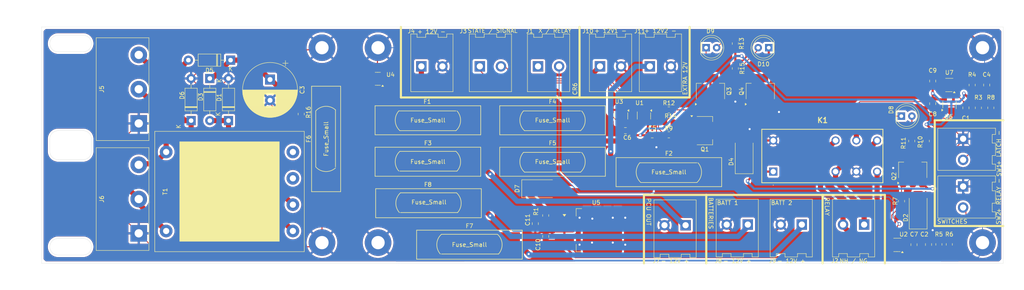
<source format=kicad_pcb>
(kicad_pcb (version 20241229) (generator "pcbnew") (generator_version "9.0")
  (title_block (title "Jet Flener (Revision of Design by Wesley T. Honeycutt)") (date "2025-08-06") (rev "1.0"))
  (layers (0 "F.Cu" signal) (2 "B.Cu" signal) (13 "F.Paste" user) (15 "B.Paste" user) (5 "F.SilkS" user "F.Silkscreen") (7 "B.SilkS" user "B.Silkscreen") (1 "F.Mask" user) (3 "B.Mask" user) (25 "Edge.Cuts" user))
  (net 0 "")
  (net 1 "Net-(C1-Pad2)")
  (net 2 "Net-(C1-Pad1)")
  (net 3 "Net-(D2-K)")
  (net 4 "GND")
  (net 5 "Net-(D3-K)")
  (net 6 "Net-(C4-Pad1)")
  (net 7 "Net-(D1-K)")
  (net 8 "Net-(D2-A)")
  (net 9 "Net-(D4-K)")
  (net 10 "Net-(D5-A)")
  (net 11 "+12V")
  (net 12 "Net-(D7-A)")
  (net 13 "Net-(D8-A)")
  (net 14 "Net-(D8-K)")
  (net 15 "Net-(D9-A)")
  (net 16 "Net-(D9-K)")
  (net 17 "Net-(D10-K)")
  (net 18 "Net-(D10-A)")
  (net 19 "Net-(F2-Pad1)")
  (net 20 "Net-(J7-Pin_1)")
  (net 21 "Net-(U5-IN)")
  (net 22 "Relay-toggle")
  (net 24 "Net-(J2-Pin_1)")
  (net 25 "Net-(J2-Pin_2)")
  (net 26 "LOGIC-Signal")
  (net 27 "Net-(J3-Pin_1)")
  (net 28 "Net-(J5-Pin_3)")
  (net 29 "Net-(J5-Pin_2)")
  (net 30 "Net-(Q1-B)")
  (net 31 "Net-(Q2-C)")
  (net 32 "Net-(Q2-B)")
  (net 33 "Net-(Q3-B)")
  (net 34 "Net-(Q4-B)")
  (net 35 "+5V")
  (net 36 "Net-(R7-Pad2)")
  (net 37 "LOGIC-Button")
  (net 38 "LOGIC-VAC")
  (net 39 "Net-(U1-Pad4)")
  (net 40 "Net-(U6-Pad4)")
  (net 43 "Net-(J4-Pin_1)")
  (net 44 "Net-(J10-Pin_1)")
  (net 45 "Net-(J11-Pin_1)")
  (net 46 "Net-(F6-Pad1)")
  (net 47 "Net-(U4-VI)")
  (net 48 "Net-(J9-Pin_1)")
  (net 49 "Net-(J8-Pin_1)")
  (footprint "EM27Footprints:Molex_Barrier_Term_Block-8.26mm-3pos" (layer "F.Cu") (at 52.4 51.76 90)
    (property "Reference" "J5")
    (property "Value" "Screw_Terminal_01x03")
  )
  (footprint "EM27Footprints:FUSE_5x20" (layer "F.Cu") (at 132 81)
    (property "Reference" "F7")
    (property "Value" "Fuse_Small")
  )
  (footprint "EM27Footprints:FUSE_5x20" (layer "F.Cu") (at 180 63.5 180)
    (property "Reference" "F2")
    (property "Value" "Fuse_Small")
  )
  (footprint "Diode_THT:D_DO-41_SOD81_P10.16mm_Horizontal" (layer "F.Cu") (at 69.5 40.92 -90)
    (property "Reference" "D3")
    (property "Value" "D")
  )
  (footprint "Capacitor_SMD:C_0805_2012Metric_Pad1.18x1.45mm_HandSolder" (layer "F.Cu") (at 147.85 75.9225 -90)
    (property "Reference" "C11")
    (property "Value" "0.1uF")
  )
  (footprint "EM27Footprints:KobiConn_5.08mm-2pos-35deg_screwterminal" (layer "F.Cu") (at 148.5 38)
    (property "Reference" "J1")
    (property "Value" "Screw_Terminal_01x02")
  )
  (footprint "MountingHole:MountingHole_3.2mm_M3_Pad" (layer "F.Cu") (at 255.5 33.5)
    (property "Reference" "H4" (hide yes))
    (property "Value" "MountingHole_Pad")
  )
  (footprint "Capacitor_SMD:C_0805_2012Metric_Pad1.18x1.45mm_HandSolder" (layer "F.Cu") (at 256.5 42.5 90)
    (property "Reference" "C4")
    (property "Value" "10uF")
  )
  (footprint "Package_TO_SOT_SMD:SOT-23" (layer "F.Cu") (at 109.9375 41 180)
    (property "Reference" "U4")
    (property "Value" "MCP1700x-500xxTT")
  )
  (footprint "Capacitor_SMD:C_0805_2012Metric_Pad1.18x1.45mm_HandSolder" (layer "F.Cu") (at 239 81 90)
    (property "Reference" "C7")
    (property "Value" "0.1uF")
  )
  (footprint "Resistor_SMD:R_0805_2012Metric_Pad1.20x1.40mm_HandSolder" (layer "F.Cu") (at 241.96 56 -90)
    (property "Reference" "R10")
    (property "Value" "15")
  )
  (footprint "EM27Footprints:KobiConn_5.08mm-2pos-35deg_screwterminal" (layer "F.Cu") (at 175.42 38)
    (property "Reference" "J11")
    (property "Value" "Screw_Terminal_01x02")
  )
  (footprint "Package_TO_SOT_SMD:SOT-23-5_HandSoldering" (layer "F.Cu") (at 168.5 49.85 -90)
    (property "Reference" "U3")
    (property "Value" "74AHCT1G08")
  )
  (footprint "EM27Footprints:Molex_Barrier_Term_Block-8.26mm-3pos" (layer "F.Cu") (at 52.4 78.26 90)
    (property "Reference" "J6")
    (property "Value" "Screw_Terminal_01x03")
  )
  (footprint "EM27Footprints:KobiConn_5.08mm-2pos-35deg_screwterminal" (layer "F.Cu") (at 163.42 38)
    (property "Reference" "J10")
    (property "Value" "Screw_Terminal_01x02")
  )
  (footprint "EM27Footprints:KobiConn_5.08mm-2pos-35deg_screwterminal" (layer "F.Cu") (at 120.42 38)
    (property "Reference" "J4")
    (property "Value" "Screw_Terminal_01x02")
  )
  (footprint "Package_TO_SOT_SMD:SOT-223-3_TabPin2" (layer "F.Cu") (at 202 44 90)
    (property "Reference" "Q4")
    (property "Value" "PZTA42")
  )
  (footprint "Resistor_SMD:R_0805_2012Metric_Pad1.20x1.40mm_HandSolder" (layer "F.Cu") (at 247.5 80.925 90)
    (property "Reference" "R6")
    (property "Value" "100k")
  )
  (footprint "EM27Footprints:KobiConn_5.08mm-2pos-35deg_screwterminal" (layer "F.Cu") (at 212 76.15 180)
    (property "Reference" "J9")
    (property "Value" "Screw_Terminal_01x02")
  )
  (footprint "MountingHole:MountingHole_3.2mm_M3_Pad" (layer "F.Cu") (at 96.5 80.5)
    (property "Reference" "H1" (hide yes))
    (property "Value" "MountingHole_Pad")
  )
  (footprint "Capacitor_SMD:C_0805_2012Metric_Pad1.18x1.45mm_HandSolder" (layer "F.Cu") (at 243.5 47 -90)
    (property "Reference" "C8")
    (property "Value" "0.1uF")
  )
  (footprint "Package_TO_SOT_SMD:SOT-223-3_TabPin2" (layer "F.Cu") (at 238.7 63 90)
    (property "Reference" "Q2")
    (property "Value" "PZTA42")
  )
  (footprint "Diode_SMD:D_SMB_Handsoldering" (layer "F.Cu") (at 149.3 67.5)
    (property "Reference" "D7")
    (property "Value" "D_Schottky")
  )
  (footprint "MountingHole:MountingHole_3.2mm_M3_Pad" (layer "F.Cu") (at 110 80.5)
    (property "Reference" "H2" (hide yes))
    (property "Value" "MountingHole_Pad")
  )
  (footprint "Package_TO_SOT_SMD:SOT-23-5_HandSoldering" (layer "F.Cu") (at 247.55 47.35 90)
    (property "Reference" "U6")
    (property "Value" "74AHCT1G00")
  )
  (footprint "Resistor_SMD:R_0805_2012Metric_Pad1.20x1.40mm_HandSolder" (layer "F.Cu") (at 253 42.5 90)
    (property "Reference" "R4")
    (property "Value" "10k")
  )
  (footprint "EM27Footprints:FUSE_5x20" (layer "F.Cu") (at 152 61 180)
    (property "Reference" "F5")
    (property "Value" "Fuse_Small")
  )
  (footprint "EM27Footprints:FUSE_5x20" (layer "F.Cu") (at 122 61)
    (property "Reference" "F3")
    (property "Value" "Fuse_Small")
  )
  (footprint "LED_THT:LED_D5.0mm" (layer "F.Cu") (at 235.96 50)
    (property "Reference" "D8")
    (property "Value" "LED")
  )
  (footprint "Package_TO_SOT_SMD:SOT-223-3_TabPin2" (layer "F.Cu") (at 188.625 53.5)
    (property "Reference" "Q1")
    (property "Value" "PZTA42")
  )
  (footprint "EM27Footprints:FUSE_5x20" (layer "F.Cu") (at 122.144 71)
    (property "Reference" "F8")
    (property "Value" "Fuse_Small")
  )
  (footprint "EM27Footprints:KobiConn_5.08mm-2pos-35deg_screwterminal" (layer "F.Cu") (at 227 76.15 180)
    (property "Reference" "J2")
    (property "Value" "Screw_Terminal_01x02")
  )
  (footprint "Resistor_SMD:R_0805_2012Metric_Pad1.20x1.40mm_HandSolder" (layer "F.Cu") (at 150.35 73.96 -90)
    (property "Reference" "R1")
    (property "Value" "0")
  )
  (footprint "LED_THT:LED_D5.0mm" (layer "F.Cu") (at 188.96 33.5)
    (property "Reference" "D9")
    (property "Value" "LED")
  )
  (footprint "EM27Footprints:KobiConn_5.08mm-2pos-35deg_screwterminal" (layer "F.Cu") (at 250.825 66.96 -90)
    (property "Reference" "SW2")
    (property "Value" "SW_Push")
  )
  (footprint "LED_THT:LED_D5.0mm" (layer "F.Cu") (at 204.04 33.5 180)
    (property "Reference" "D10")
    (property "Value" "LED")
  )
  (footprint "EM27Footprints:FUSE_5x20" (layer "F.Cu") (at 97.5 55.5 90)
    (property "Reference" "F6")
    (property "Value" "Fuse_Small")
  )
  (footprint "Capacitor_SMD:C_0805_2012Metric_Pad1.18x1.45mm_HandSolder" (layer "F.Cu") (at 242.5 80.9625 90)
    (property "Reference" "C2")
    (property "Value" "1uF")
  )
  (footprint "Package_TO_SOT_SMD:SOT-23-5_HandSoldering" (layer "F.Cu") (at 235 81.05 180)
    (property "Reference" "U2")
    (property "Value" "74AHCT1G86")
  )
  (footprint "Diode_THT:D_DO-41_SOD81_P10.16mm_Horizontal" (layer "F.Cu") (at 74 51.08 90)
    (property "Reference" "D1")
    (property "Value" "D")
  )
  (footprint "Package_TO_SOT_SMD:TO-263-3_TabPin2" (layer "F.Cu") (at 162.5 77.5)
    (property "Reference" "U5")
    (property "Value" "L7805")
  )
  (footprint "MountingHole:MountingHole_3.2mm_M3_Pad" (layer "F.Cu") (at 255.5 80.5)
    (property "Reference" "H6" (hide yes))
    (property "Value" "MountingHole_Pad")
  )
  (footprint "EM27Footprints:F12-090-C2" (layer "F.Cu") (at 74.2473 68.175 -90)
    (property "Reference" "T1")
    (property "Value" "Transformer_1P_2S")
  )
  (footprint "Resistor_SMD:R_0805_2012Metric_Pad1.20x1.40mm_HandSolder" (layer "F.Cu") (at 254.5 48 -90)
    (property "Reference" "R3")
    (property "Value" "100k")
  )
  (footprint "Capacitor_SMD:C_0805_2012Metric_Pad1.18x1.45mm_HandSolder" (layer "F.Cu") (at 243.5 41.5375 90)
    (property "Reference" "C9")
    (property "Value" "0.1uF")
  )
  (footprint "EM27Footprints:KobiConn_5.08mm-2pos-35deg_screwterminal" (layer "F.Cu") (at 250.825 55.46 -90)
    (property "Reference" "SW1")
    (property "Value" "SW_Push")
  )
  (footprint "Capacitor_SMD:C_0805_2012Metric_Pad1.18x1.45mm_HandSolder" (layer "F.Cu") (at 176 54.5)
    (property "Reference" "C5")
    (property "Value" "0.1uF")
  )
  (footprint "EM27Footprints:FUSE_5x20" (layer "F.Cu") (at 122 51 180)
    (property "Reference" "F1")
    (property "Value" "Fuse_Small")
  )
  (footprint "Diode_THT:D_DO-41_SOD81_P10.16mm_Horizontal" (layer "F.Cu") (at 65 51.08 90)
    (property "Reference" "D6")
    (property "Value" "D")
  )
  (footprint "Resistor_SMD:R_0805_2012Metric_Pad1.20x1.40mm_HandSolder" (layer "F.Cu") (at 180 54.5)
    (property "Reference" "R9")
    (property "Value" "330")
  )
  (footprint "EM27Footprints:KobiConn_5.08mm-2pos-35deg_screwterminal" (layer "F.Cu") (at 134.5 38)
    (property "Reference" "J3")
    (property "Value" "Screw_Terminal_01x02")
  )
  (footprint "Resistor_SMD:R_0805_2012Metric_Pad1.20x1.40mm_HandSolder" (layer "F.Cu") (at 196 38.5 -90)
    (property "Reference" "R15")
    (property "Value" "100")
  )
  (footprint "Capacitor_SMD:C_0805_2012Metric_Pad1.18x1.45mm_HandSolder" (layer "F.Cu") (at 251.5 48 -90)
    (property "Reference" "C1")
    (property "Value" "1uF")
  )
  (footprint "Resistor_SMD:R_0805_2012Metric_Pad1.20x1.40mm_HandSolder" (layer "F.Cu") (at 238.46 56 90)
    (property "Reference" "R11")
    (property "Value" "100")
  )
  (footprint "Resistor_SMD:R_0805_2012Metric_Pad1.20x1.40mm_HandSolder" (layer "F.Cu") (at 196 32.5 90)
    (property "Reference" "R13")
    (property "Value" "100")
  )
  (footprint "Resistor_SMD:R_0805_2012Metric_Pad1.20x1.40mm_HandSolder" (layer "F.Cu") (at 180 51.5)
    (property "Reference" "R14")
    (property "Value" "330")
  )
  (footprint "MountingHole:MountingHole_3.2mm_M3_Pad" (layer "F.Cu") (at 96.5 33.5)
    (property "Reference" "H3" (hide yes))
    (property "Value" "MountingHole_Pad")
  )
  (footprint "Diode_SMD:D_SMB_Handsoldering" (layer "F.Cu") (at 198.125 59.175 90)
    (property "Reference" "D4")
    (property "Value" "D")
  )
  (footprint "MountingHole:MountingHole_3.2mm_M3_Pad" (layer "F.Cu") (at 110 33.5)
    (property "Reference" "H5" (hide yes))
    (property "Value" "MountingHole_Pad")
  )
  (footprint "Diode_SMD:D_SMB_Handsoldering" (layer "F.Cu") (at 240 72.5 90)
    (property "Reference" "D2")
    (property "Value" "D")
  )
  (footprint "Package_TO_SOT_SMD:SOT-23-5_HandSoldering" (layer "F.Cu") (at 174 49.85 -90)
    (property "Reference" "U1")
    (property "Value" "74AHCT1G86")
  )
  (footprint "Capacitor_SMD:C_0805_2012Metric_Pad1.18x1.45mm_HandSolder" (layer "F.Cu") (at 150.35 78.9975 90)
    (property "Reference" "C10")
    (property "Value" "0.1uF")
  )
  (footprint "Diode_THT:D_DO-41_SOD81_P10.16mm_Horizontal" (layer "F.Cu") (at 74.5 36.5 180)
    (property "Reference" "D5")
    (property "Value" "D")
  )
  (footprint "Resistor_SMD:R_0805_2012Metric_Pad1.20x1.40mm_HandSolder" (layer "F.Cu") (at 236 70.5 -90)
    (property "Reference" "R7")
    (property "Value" "100")
  )
  (footprint "EM27Footprints:KobiConn_5.08mm-2pos-35deg_screwterminal" (layer "F.Cu") (at 184.028027 76.303805 180)
    (property "Reference" "J7")
    (property "Value" "Screw_Terminal_01x02")
  )
  (footprint "Package_TO_SOT_SMD:SOT-23-5_HandSoldering" (layer "F.Cu") (at 247.5 42.5 180)
    (property "Reference" "U7")
    (property "Value" "74AHCT1G00")
  )
  (footprint "Resistor_SMD:R_0805_2012Metric_Pad1.20x1.40mm_HandSolder" (layer "F.Cu") (at 91.5 49.5 -90)
    (property "Reference" "R16")
    (property "Value" "0")
  )
  (footprint "Resistor_SMD:R_0805_2012Metric_Pad1.20x1.40mm_HandSolder" (layer "F.Cu") (at 257.5 48 -90)
    (property "Reference" "R8")
    (property "Value" "390k")
  )
  (footprint "Resistor_SMD:R_0805_2012Metric_Pad1.20x1.40mm_HandSolder" (layer "F.Cu") (at 245 80.925 -90)
    (property "Reference" "R5")
    (property "Value" "0")
  )
  (footprint "Resistor_SMD:R_0805_2012Metric_Pad1.20x1.40mm_HandSolder" (layer "F.Cu") (at 180 48.5)
    (property "Reference" "R12")
    (property "Value" "330")
  )
  (footprint "EM27Footprints:J114FL2CS85VDC41" (layer "F.Cu") (at 205.125 63.375)
    (property "Reference" "K1")
    (property "Value" "Relay_DPDT" (hide yes))
  )
  (footprint "EM27Footprints:FUSE_5x20" (layer "F.Cu") (at 152 51 180)
    (property "Reference" "F4")
    (property "Value" "Fuse_Small")
  )
  (footprint "Package_TO_SOT_SMD:SOT-223-3_TabPin2" (layer "F.Cu") (at 190 44 90)
    (property "Reference" "Q3")
    (property "Value" "PZTA42")
  )
  (footprint "Capacitor_SMD:C_0805_2012Metric_Pad1.18x1.45mm_HandSolder" (layer "F.Cu") (at 169.5375 53.5 180)
    (property "Reference" "C6")
    (property "Value" "0.1uF")
  )
  (footprint "Capacitor_THT:CP_Radial_D13.0mm_P5.00mm" (layer "F.Cu") (at 84 41.184785 -90)
    (property "Reference" "C3")
    (property "Value" "1kuF")
  )
  (footprint "EM27Footprints:KobiConn_5.08mm-2pos-35deg_screwterminal" (layer "F.Cu") (at 199 76.15 180)
    (property "Reference" "J8")
    (property "Value" "Screw_Terminal_01x02")
  )
  (gr_line (start 236.5 32.5) (end 240 32.5) (stroke (width 0.508)) (layer "F.Cu"))
  (gr_line (start 232.5 32.5) (end 233.5 33.5) (stroke (width 0.508)) (layer "F.Cu"))
  (gr_line (start 237.5 38.5) (end 237.5 42.5) (stroke (width 0.508)) (layer "F.Cu"))
  (gr_line (start 236.5 37.5) (end 239.5 37.5) (stroke (width 0.508)) (layer "F.Cu"))
  (gr_line (start 229.5 33.5) (end 230.5 32.5) (stroke (width 0.508)) (layer "F.Cu"))
  (gr_line (start 235.5 33.5) (end 236.5 32.5) (stroke (width 0.508)) (layer "F.Cu"))
  (gr_line (start 215 32.5) (end 215 42.5) (stroke (width 0.508)) (layer "F.Cu"))
  (gr_line (start 227 32.5) (end 227 42.5) (stroke (width 0.508)) (layer "F.Cu"))
  (gr_line (start 224.5 35) (end 227 32.5) (stroke (width 0.508)) (layer "F.Cu"))
  (gr_line (start 240 32.5) (end 237.5 38.5) (stroke (width 0.508)) (layer "F.Cu"))
  (gr_line (start 229.5 40.5) (end 229.5 42.5) (stroke (width 0.508)) (layer "F.Cu"))
  (gr_line (start 215 42.5) (end 219 42.5) (stroke (width 0.508)) (layer "F.Cu"))
  (gr_line (start 222 32.5) (end 224.5 35) (stroke (width 0.508)) (layer "F.Cu"))
  (gr_line (start 215 32.5) (end 219 32.5) (stroke (width 0.508)) (layer "F.Cu"))
  (gr_line (start 215 37.5) (end 217.5 37.5) (stroke (width 0.508)) (layer "F.Cu"))
  (gr_line (start 233.5 33.5) (end 229.5 40.5) (stroke (width 0.508)) (layer "F.Cu"))
  (gr_line (start 230.5 32.5) (end 232.5 32.5) (stroke (width 0.508)) (layer "F.Cu"))
  (gr_line (start 229.5 42.5) (end 233.5 42.5) (stroke (width 0.508)) (layer "F.Cu"))
  (gr_line (start 222 32.5) (end 222 42.5) (stroke (width 0.508)) (layer "F.Cu"))
  (gr_line (start 185 45.5) (end 185 28.5) (stroke (width 0.508)) (layer "F.SilkS"))
  (gr_line (start 217 69) (end 232 69) (stroke (width 0.508)) (layer "F.SilkS"))
  (gr_line (start 244 76.5) (end 244 51) (stroke (width 0.508)) (layer "F.SilkS"))
  (gr_line (start 189 69) (end 189 85.5) (stroke (width 0.508)) (layer "F.SilkS"))
  (gr_line (start 217 69) (end 189 69) (stroke (width 0.508)) (layer "F.SilkS"))
  (gr_line (start 244 76.5) (end 260.5 76.5) (stroke (width 0.508)) (layer "F.SilkS"))
  (gr_line (start 158.5 45.5) (end 185 45.5) (stroke (width 0.508)) (layer "F.SilkS"))
  (gr_line (start 174 69) (end 174 85.5) (stroke (width 0.508)) (layer "F.SilkS"))
  (gr_line (start 115.5 28.5) (end 115.5 45.5) (stroke (width 0.508)) (layer "F.SilkS"))
  (gr_line (start 244 51) (end 260.5 51) (stroke (width 0.508)) (layer "F.SilkS"))
  (gr_line (start 115.5 45.5) (end 158.5 45.5) (stroke (width 0.508)) (layer "F.SilkS"))
  (gr_line (start 232 69) (end 232 85.5) (stroke (width 0.508)) (layer "F.SilkS"))
  (gr_line (start 189 69) (end 174 69) (stroke (width 0.508)) (layer "F.SilkS"))
  (gr_line (start 217 85.5) (end 217 69) (stroke (width 0.508)) (layer "F.SilkS"))
  (gr_line (start 158.5 45.5) (end 158.5 28.5) (stroke (width 0.508)) (layer "F.SilkS"))
  (gr_arc (start 33 34.5) (mid 31 32.5) (end 33 30.5) (stroke (width 0.05)) (layer "Edge.Cuts"))
  (gr_line (start 41 58.5) (end 41 55.5) (stroke (width 0.05)) (layer "Edge.Cuts"))
  (gr_arc (start 33 60.5) (mid 31.585786 59.914214) (end 31 58.5) (stroke (width 0.05)) (layer "Edge.Cuts"))
  (gr_line (start 39 83.5) (end 33 83.5) (stroke (width 0.05)) (layer "Edge.Cuts"))
  (gr_line (start 29 28.5) (end 29 85.5) (stroke (width 0.05)) (layer "Edge.Cuts"))
  (gr_line (start 33 53.5) (end 39 53.5) (stroke (width 0.05)) (layer "Edge.Cuts"))
  (gr_line (start 260.5 28.5) (end 29 28.5) (stroke (width 0.05)) (layer "Edge.Cuts"))
  (gr_line (start 39 60.5) (end 33 60.5) (stroke (width 0.05)) (layer "Edge.Cuts"))
  (gr_line (start 115 85.5) (end 260.5 85.5) (stroke (width 0.05)) (layer "Edge.Cuts"))
  (gr_line (start 39 34.5) (end 33 34.5) (stroke (width 0.05)) (layer "Edge.Cuts"))
  (gr_line (start 33 79.5) (end 39 79.5) (stroke (width 0.05)) (layer "Edge.Cuts"))
  (gr_arc (start 39 30.5) (mid 41 32.5) (end 39 34.5) (stroke (width 0.05)) (layer "Edge.Cuts"))
  (gr_line (start 31 55.5) (end 31 58.5) (stroke (width 0.05)) (layer "Edge.Cuts"))
  (gr_arc (start 33 83.5) (mid 31 81.5) (end 33 79.5) (stroke (width 0.05)) (layer "Edge.Cuts"))
  (gr_arc (start 41 58.5) (mid 40.414214 59.914214) (end 39 60.5) (stroke (width 0.05)) (layer "Edge.Cuts"))
  (gr_arc (start 39 79.5) (mid 41 81.5) (end 39 83.5) (stroke (width 0.05)) (layer "Edge.Cuts"))
  (gr_line (start 33 30.5) (end 39 30.5) (stroke (width 0.05)) (layer "Edge.Cuts"))
  (gr_arc (start 39 53.5) (mid 40.414214 54.085786) (end 41 55.5) (stroke (width 0.05)) (layer "Edge.Cuts"))
  (gr_arc (start 31 55.5) (mid 31.585786 54.085786) (end 33 53.5) (stroke (width 0.05)) (layer "Edge.Cuts"))
  (gr_line (start 29 85.5) (end 115 85.5) (stroke (width 0.05)) (layer "Edge.Cuts"))
  (gr_line (start 260.5 85.5) (end 260.5 28.5) (stroke (width 0.05)) (layer "Edge.Cuts"))
  (gr_text "NH / NG" (at 221 85.5 0) (layer "F.SilkS") (effects (font (size 1 1)) (justify left bottom)))
  (gr_text "X / RELAY" (at 148.5 30 0) (layer "F.SilkS") (effects (font (size 1 1)) (justify left bottom)))
  (gr_text "BATT 1" (at 191.5 71.5 0) (layer "F.SilkS") (effects (font (size 1 1)) (justify left bottom)))
  (gr_text "PCU OUT" (at 174.528027 69.653805 270) (layer "F.SilkS") (effects (font (size 1 1)) (justify left bottom)))
  (gr_text "EXTRA 12V" (at 184.5 45 90) (layer "F.SilkS") (effects (font (size 1 1)) (justify left bottom)))
  (gr_text "- 12V +" (at 193 85.5 0) (layer "F.SilkS") (effects (font (size 1 1)) (justify left bottom)))
  (gr_text "SWITCHES" (at 244.5 76 0) (layer "F.SilkS") (effects (font (size 1 1)) (justify left bottom)))
  (gr_text "+ 12V2 -" (at 174 30 0) (layer "F.SilkS") (effects (font (size 1 1)) (justify left bottom)))
  (gr_text "BATTERIES" (at 189.5 69.5 270) (layer "F.SilkS") (effects (font (size 1 1)) (justify left bottom)))
  (gr_text "+ 12V -" (at 119.38 30.2 0) (layer "F.SilkS") (effects (font (size 1 1)) (justify left bottom)))
  (gr_text "RELAY" (at 217.5 69.5 270) (layer "F.SilkS") (effects (font (size 1 1)) (justify left bottom)))
  (gr_text "+ 12V1 -" (at 162 30 0) (layer "F.SilkS") (effects (font (size 1 1)) (justify left bottom)))
  (gr_text "- 12V +" (at 206 85.5 0) (layer "F.SilkS") (effects (font (size 1 1)) (justify left bottom)))
  (gr_text "+ LATCH -" (at 260 62 90) (layer "F.SilkS") (effects (font (size 1 1)) (justify left bottom)))
  (gr_text "+ RELAY -" (at 260 73.5 90) (layer "F.SilkS") (effects (font (size 1 1)) (justify left bottom)))
  (gr_text "STATE / SIGNAL" (at 131.5 30 0) (layer "F.SilkS") (effects (font (size 1 1)) (justify left bottom)))
  (gr_text "BATT 2" (at 204.5 71.5 0) (layer "F.SilkS") (effects (font (size 1 1)) (justify left bottom)))
  (gr_text "- 12V +" (at 178 85.5 0) (layer "F.SilkS") (effects (font (size 1 1)) (justify left bottom)))
  (gr_text "CR6" (at 158 45 90) (layer "F.SilkS") (effects (font (size 1 1)) (justify left bottom)))
  (segment (start 254.5 49) (end 254.5 56.865) (width 0.2) (layer "F.Cu") (net 1))
  (segment (start 254.5 49) (end 257.5 49) (width 0.2) (layer "F.Cu") (net 1))
  (segment (start 254.5 56.865) (end 250.825 60.54) (width 0.2) (layer "F.Cu") (net 1))
  (segment (start 254.5 49) (end 251.5375 49) (width 0.2) (layer "F.Cu") (net 1))
  (segment (start 251.5375 49) (end 251.5 49.0375) (width 0.2) (layer "F.Cu") (net 1))
  (segment (start 248.85 43.45) (end 248.85 44.4) (width 0.2) (layer "F.Cu") (net 2))
  (segment (start 248.85 44.4) (end 251.4125 46.9625) (width 0.2) (layer "F.Cu") (net 2))
  (segment (start 248.85 43.45) (end 250.05 43.45) (width 0.2) (layer "F.Cu") (net 2))
  (segment (start 251.4125 46.9625) (end 251.5 46.9625) (width 0.2) (layer "F.Cu") (net 2))
  (segment (start 250.05 43.45) (end 252 41.5) (width 0.2) (layer "F.Cu") (net 2))
  (segment (start 252 41.5) (end 253 41.5) (width 0.2) (layer "F.Cu") (net 2))
  (segment (start 243.759202 81.740798) (end 243.5 82) (width 0.2) (layer "F.Cu") (net 3))
  (segment (start 243.759202 78.565881) (end 243.759202 81.740798) (width 0.2) (layer "F.Cu") (net 3))
  (segment (start 241.299 80.799) (end 239.76216 80.799) (width 0.2) (layer "F.Cu") (net 3))
  (segment (start 242.191364 75.2) (end 244.31484 77.323476) (width 0.2) (layer "F.Cu") (net 3))
  (segment (start 244.31484 78.010243) (end 243.759202 78.565881) (width 0.2) (layer "F.Cu") (net 3))
  (segment (start 244.925 82) (end 245 81.925) (width 0.2) (layer "F.Cu") (net 3))
  (segment (start 242.5 82) (end 241.299 80.799) (width 0.2) (layer "F.Cu") (net 3))
  (segment (start 244.31484 77.323476) (end 244.31484 78.010243) (width 0.2) (layer "F.Cu") (net 3))
  (segment (start 239.76216 80.799) (end 239.51116 81.05) (width 0.2) (layer "F.Cu") (net 3))
  (segment (start 242.5 82) (end 243.5 82) (width 0.2) (layer "F.Cu") (net 3))
  (segment (start 240 75.2) (end 242.191364 75.2) (width 0.2) (layer "F.Cu") (net 3))
  (segment (start 243.5 82) (end 244.925 82) (width 0.2) (layer "F.Cu") (net 3))
  (segment (start 239.51116 81.05) (end 236.35 81.05) (width 0.2) (layer "F.Cu") (net 3))
  (segment (start 197.5 80.23) (end 197.5 80.275) (width 0.25) (layer "F.Cu") (net 4))
  (segment (start 249.801 40.599) (end 248.85 41.55) (width 0.2) (layer "F.Cu") (net 4))
  (segment (start 258.5875 55.5875) (end 259 55.175) (width 0.2) (layer "F.Cu") (net 4))
  (segment (start 247.5 51.4329) (end 247.5 52.135) (width 0.2) (layer "F.Cu") (net 4))
  (segment (start 152.39 77.5) (end 154.85 77.5) (width 0.508) (layer "F.Cu") (net 4))
  (segment (start 181.5 80.275) (end 183 80.275) (width 0.2) (layer "F.Cu") (net 4))
  (segment (start 200.94 55.875) (end 200.94 54.625) (width 0.508) (layer "F.Cu") (net 4))
  (segment (start 71.92 34) (end 92 34) (width 0.2) (layer "F.Cu") (net 4))
  (segment (start 192.3 47.15) (end 195.35 47.15) (width 0.2) (layer "F.Cu") (net 4))
  (segment (start 152.81 77.5) (end 154.85 77.5) (width 0.508) (layer "F.Cu") (net 4))
  (segment (start 256.5 41.4625) (end 255.6365 40.599) (width 0.2) (layer "F.Cu") (net 4))
  (segment (start 109.972766 40.527234) (end 109.8365 40.390968) (width 0.2) (layer "F.Cu") (net 4))
  (segment (start 205 47.5) (end 206.5 49) (width 0.2) (layer "F.Cu") (net 4))
  (segment (start 225.125 63.375) (end 227.25 61.25) (width 0.25) (layer "F.Cu") (net 4))
  (segment (start 259 55.175) (end 259 43.9625) (width 0.2) (layer "F.Cu") (net 4))
  (segment (start 256.46 33.5) (end 254.46 31.5) (width 0.2) (layer "F.Cu") (net 4))
  (segment (start 203.295 80.275) (end 206.92 76.65) (width 0.2) (layer "F.Cu") (net 4))
  (segment (start 177 57.5) (end 177 77.775) (width 0.2) (layer "F.Cu") (net 4))
  (segment (start 185.5 80.275) (end 185.551 80.224) (width 0.2) (layer "F.Cu") (net 4))
  (segment (start 253 30.5) (end 256 33.5) (width 0.2) (layer "F.Cu") (net 4))
  (segment (start 212.5 30.5) (end 253 30.5) (width 0.2) (layer "F.Cu") (net 4))
  (segment (start 176.7 55.8) (end 178 55.8) (width 0.2) (layer "F.Cu") (net 4))
  (segment (start 247.7625 40.4625) (end 244 40.4625) (width 0.2) (layer "F.Cu") (net 4))
  (segment (start 242.5 78.5) (end 243.5 77.5) (width 0.2) (layer "F.Cu") (net 4))
  (segment (start 259 43.9625) (end 256.5 41.4625) (width 0.2) (layer "F.Cu") (net 4))
  (segment (start 177.0375 55.5375) (end 177.0375 54.5) (width 0.2) (layer "F.Cu") (net 4))
  (segment (start 94.5 74) (end 96.5 76) (width 0.2) (layer "F.Cu") (net 4))
  (segment (start 52.4 51.76) (end 46 58.16) (width 0.2) (layer "F.Cu") (net 4))
  (segment (start 177 34.5) (end 180.5 38) (width 0.2) (layer "F.Cu") (net 4))
  (segment (start 65 40.92) (end 69.5 45.42) (width 0.2) (layer "F.Cu") (net 4))
  (segment (start 177.3 55.8) (end 178 55.8) (width 0.2) (layer "F.Cu") (net 4))
  (segment (start 247.0671 51) (end 247.5 51.4329) (width 0.2) (layer "F.Cu") (net 4))
  (segment (start 147.85 76.96) (end 148.35 76.46) (width 0.508) (layer "F.Cu") (net 4))
  (segment (start 109.972766 40.527234) (end 110.875 41.429468) (width 0.2) (layer "F.Cu") (net 4))
  (segment (start 166.425 80.275) (end 174.5 80.275) (width 0.2) (layer "F.Cu") (net 4))
  (segment (start 242.325 80.1) (end 242.5 79.925) (width 0.2) (layer "F.Cu") (net 4))
  (segment (start 205 45.5) (end 205 46.45) (width 0.2) (layer "F.Cu") (net 4))
  (segment (start 248.5 49.5671) (end 248.5 48.7) (width 0.2) (layer "F.Cu") (net 4))
  (segment (start 197.5 80.275) (end 199.375 80.275) (width 0.2) (layer "F.Cu") (net 4))
  (segment (start 69.5 45.42) (end 74 40.92) (width 0.2) (layer "F.Cu") (net 4))
  (segment (start 182.545 80.275) (end 183 80.275) (width 0.25) (layer "F.Cu") (net 4))
  (segment (start 109.8365 40.390968) (end 109.8365 38) (width 0.2) (layer "F.Cu") (net 4))
  (segment (start 95.5 34) (end 96.5 33) (width 0.2) (layer "F.Cu") (net 4))
  (segment (start 205 45.5) (end 205 39) (width 0.2) (layer "F.Cu") (net 4))
  (segment (start 96.5 76) (end 96.5 76.5) (width 0.2) (layer "F.Cu") (net 4))
  (segment (start 208.5 30.5) (end 212.5 30.5) (width 0.2) (layer "F.Cu") (net 4))
  (segment (start 247.5 52.135) (end 250.825 55.46) (width 0.2) (layer "F.Cu") (net 4))
  (segment (start 167.55 48.98999) (end 167.55 48.5) (width 0.2) (layer "F.Cu") (net 4))
  (segment (start 110.875 41.429468) (end 110.875 41.95) (width 0.2) (layer "F.Cu") (net 4))
  (segment (start 172 34.5) (end 168.5 38) (width 0.2) (layer "F.Cu") (net 4))
  (segment (start 150.35 77.96) (end 152.35 77.96) (width 0.508) (layer "F.Cu") (net 4))
  (segment (start 206.5 37.5) (end 206.5 32.5) (width 0.2) (layer "F.Cu") (net 4))
  (segment (start 152.35 77.96) (end 152.81 77.5) (width 0.508) (layer "F.Cu") (net 4))
  (segment (start 244 48.4625) (end 244 50) (width 0.2) (layer "F.Cu") (net 4))
  (segment (start 200.94 54.625) (end 199.44 53.125) (width 0.508) (layer "F.Cu") (net 4))
  (segment (start 176 56.5) (end 176.7 55.8) (width 0.2) (layer "F.Cu") (net 4))
  (segment (start 185.475 55.8) (end 182 55.8) (width 0.2) (layer "F.Cu") (net 4))
  (segment (start 105.5 76) (end 110 80.5) (width 0.2) (layer "F.Cu") (net 4))
  (segment (start 172 34.5) (end 176 30.5) (width 0.2) (layer "F.Cu") (net 4))
  (segment (start 92.5 34) (end 95.5 34) (width 0.2) (layer "F.Cu") (net 4))
  (segment (start 92.5 55.5) (end 92.5 70.55) (width 0.2) (layer "F.Cu") (net 4))
  (segment (start 177.0375 50.5375) (end 176.619 50.119) (width 0.2) (layer "F.Cu") (net 4))
  (segment (start 114.399 84.899) (end 130.601 84.899) (width 0.2) (layer "F.Cu") (net 4))
  (segment (start 207.5 30.5) (end 208.5 30.5) (width 0.2) (layer "F.Cu") (net 4))
  (segment (start 105.5 46) (end 105.5 76) (width 0.2) (layer "F.Cu") (net 4))
  (segment (start 243.5 47.9625) (end 244 48.4625) (width 0.2) (layer "F.Cu") (net 4))
  (segment (start 185.5 80.275) (end 181.5 80.275) (width 0.2) (layer "F.Cu") (net 4))
  (segment (start 242.5 79.925) (end 239.0375 79.925) (width 0.2) (layer "F.Cu") (net 4))
  (segment (start 109.8365 33.1635) (end 110 33) (width 0.2) (layer "F.Cu") (net 4))
  (segment (start 245 51) (end 247.0671 51) (width 0.2) (layer "F.Cu") (net 4))
  (segment (start 95.5 81.5) (end 96.5 80.5) (width 0.2) (layer "F.Cu") (net 4))
  (segment (start 109.8365 37.5) (end 109.8365 34.1635) (width 0.2) (layer "F.Cu") (net 4))
  (segment (start 46 71.86) (end 52.4 78.26) (width 0.2) (layer "F.Cu") (net 4))
  (segment (start 92.5 70.55) (end 94.5 72.55) (width 0.2) (layer "F.Cu") (net 4))
  (segment (start 96.5 76.5) (end 96.5 81.5) (width 0.2) (layer "F.Cu") (net 4))
  (segment (start 109.8365 38) (end 109.8365 33.6635) (width 0.2) (layer "F.Cu") (net 4))
  (segment (start 244 50) (end 245 51) (width 0.2) (layer "F.Cu") (net 4))
  (segment (start 232.75 61.25) (end 234 62.5) (width 0.25) (layer "F.Cu") (net 4))
  (segment (start 110.875 41.95) (end 109.55 41.95) (width 0.2) (layer "F.Cu") (net 4))
  (segment (start 130.601 84.899) (end 138.54 76.96) (width 0.2) (layer "F.Cu") (net 4))
  (segment (start 177 54.4625) (end 177.0375 54.5) (width 0.2) (layer "F.Cu") (net 4))
  (segment (start 171 56.5) (end 168.5 54) (width 0.2) (layer "F.Cu") (net 4))
  (segment (start 176 30.5) (end 207.5 30.5) (width 0.2) (layer "F.Cu") (net 4))
  (segment (start 239 79.9625) (end 238.5375 79.9625) (width 0.2) (layer "F.Cu") (net 4))
  (segment (start 92 34) (end 92.5 34) (width 0.2) (layer "F.Cu") (net 4))
  (segment (start 205.125 55.875) (end 200.94 55.875) (width 0.508) (layer "F.Cu") (net 4))
  (segment (start 205 45.5) (end 205 47.5) (width 0.2) (layer "F.Cu") (net 4))
  (segment (start 172 34.5) (end 177 34.5) (width 0.2) (layer "F.Cu") (net 4))
  (segment (start 96.5 76.5) (end 96.5 80.5) (width 0.2) (layer "F.Cu") (net 4))
  (segment (start 92 34) (end 96 34) (width 0.2) (layer "F.Cu") (net 4))
  (segment (start 104.5 73.5) (end 95.45 73.5) (width 0.2) (layer "F.Cu") (net 4))
  (segment (start 92 81.5) (end 95.5 81.5) (width 0.2) (layer "F.Cu") (net 4))
  (segment (start 183 80.275) (end 194 80.275) (width 0.2) (layer "F.Cu") (net 4))
  (segment (start 177 77.775) (end 174.5 80.275) (width 0.2) (layer "F.Cu") (net 4))
  (segment (start 255.6365 40.599) (end 249.801 40.599) (width 0.2) (layer "F.Cu") (net 4))
  (segment (start 174.5 80.275) (end 180.5 80.275) (width 0.2) (layer "F.Cu") (net 4))
  (segment (start 84 47) (end 92.5 55.5) (width 0.2) (layer "F.Cu") (net 4))
  (segment (start 176 56.5) (end 171 56.5) (width 0.2) (layer "F.Cu") (net 4))
  (segment (start 178.92 76.65) (end 182.545 80.275) (width 0.25) (layer "F.Cu") (net 4))
  (segment (start 258.675 55.5) (end 258.5875 55.5875) (width 0.2) (layer "F.Cu") (net 4))
  (segment (start 249.175 62.5) (end 247.675 61) (width 0.2) (layer "F.Cu") (net 4))
  (segment (start 168.5 53.5) (end 168.5 49.93999) (width 0.2) (layer "F.Cu") (net 4))
  (segment (start 96 34) (end 96.5 33.5) (width 0.2) (layer "F.Cu") (net 4))
  (segment (start 173.05 49.279999) (end 173.05 48.5) (width 0.2) (layer "F.Cu") (net 4))
  (segment (start 92 81.5) (end 96 81.5) (width 0.2) (layer "F.Cu") (net 4))
  (segment (start 247.0671 51) (end 248.5 49.5671) (width 0.2) (layer "F.Cu") (net 4))
  (segment (start 206.5 32.5) (end 208.5 30.5) (width 0.2) (layer "F.Cu") (net 4))
  (segment (start 180.5 80.275) (end 181.5 80.275) (width 0.2) (layer "F.Cu") (net 4))
  (segment (start 238.5375 79.9625) (end 238.4 80.1) (width 0.2) (layer "F.Cu") (net 4))
  (segment (start 151.35 76.46) (end 152.39 77.5) (width 0.508) (layer "F.Cu") (net 4))
  (segment (start 109.8365 34.1635) (end 110 34) (width 0.2) (layer "F.Cu") (net 4))
  (segment (start 247.675 59) (end 250.825 55.85) (width 0.2) (layer "F.Cu") (net 4))
  (segment (start 110 80.5) (end 114.399 84.899) (width 0.2) (layer "F.Cu") (net 4))
  (segment (start 178 55.8) (end 182 55.8) (width 0.2) (layer "F.Cu") (net 4))
  (segment (start 109.55 41.95) (end 105.5 46) (width 0.2) (layer "F.Cu") (net 4))
  (segment (start 109.8365 37.5) (end 109.8365 33.1635) (width 0.2) (layer "F.Cu") (net 4))
  (segment (start 239.0375 79.925) (end 239 79.9625) (width 0.2) (layer "F.Cu") (net 4))
  (segment (start 242.5 79.925) (end 242.5 78.5) (width 0.2) (layer "F.Cu") (net 4))
  (segment (start 205 39) (end 206.5 37.5) (width 0.2) (layer "F.Cu") (net 4))
  (segment (start 96 81.5) (end 96.5 81) (width 0.2) (layer "F.Cu") (net 4))
  (segment (start 227.25 61.25) (end 232.75 61.25) (width 0.25) (layer "F.Cu") (net 4))
  (segment (start 148.35 76.46) (end 151.35 76.46) (width 0.508) (layer "F.Cu") (net 4))
  (segment (start 199.375 80.275) (end 203.295 80.275) (width 0.2) (layer "F.Cu") (net 4))
  (segment (start 95.45 73.5) (end 94.5 72.55) (width 0.2) (layer "F.Cu") (net 4))
  (segment (start 238.4 80.1) (end 236.35 80.1) (width 0.2) (layer "F.Cu") (net 4))
  (segment (start 52.4 78.26) (end 55.64 81.5) (width 0.2) (layer "F.Cu") (net 4))
  (segment (start 198.725 55.875) (end 198.125 56.475) (width 0.508) (layer "F.Cu") (net 4))
  (segment (start 200.94 55.875) (end 198.725 55.875) (width 0.508) (layer "F.Cu") (net 4))
  (segment (start 46 58.16) (end 46 71.86) (width 0.2) (layer "F.Cu") (net 4))
  (segment (start 94.5 74) (end 94.5 72.55) (width 0.2) (layer "F.Cu") (net 4))
  (segment (start 194 80.275) (end 197.5 80.275) (width 0.2) (layer "F.Cu") (net 4))
  (segment (start 247.675 61) (end 247.675 59) (width 0.2) (layer "F.Cu") (net 4))
  (segment (start 243.5 48) (end 243.5 47.9625) (width 0.2) (layer "F.Cu") (net 4))
  (segment (start 193.92 76.65) (end 197.5 80.23) (width 0.25) (layer "F.Cu") (net 4))
  (segment (start 84 46.184785) (end 84 47) (width 0.2) (layer "F.Cu") (net 4))
  (segment (start 177.0375 55.5375) (end 177.3 55.8) (width 0.2) (layer "F.Cu") (net 4))
  (segment (start 55.64 81.5) (end 92 81.5) (width 0.2) (layer "F.Cu") (net 4))
  (segment (start 168.5 49.93999) (end 167.55 48.98999) (width 0.2) (layer "F.Cu") (net 4))
  (segment (start 78.735215 40.92) (end 84 46.184785) (width 0.2) (layer "F.Cu") (net 4))
  (segment (start 138.54 76.96) (end 147.85 76.96) (width 0.2) (layer "F.Cu") (net 4))
  (segment (start 205 46.45) (end 204.3 47.15) (width 0.2) (layer "F.Cu") (net 4))
  (segment (start 173.889001 50.119) (end 173.05 49.279999) (width 0.2) (layer "F.Cu") (net 4))
  (segment (start 176 56.5) (end 177 57.5) (width 0.2) (layer "F.Cu") (net 4))
  (segment (start 177.0375 54.5) (end 177.0375 50.5375) (width 0.2) (layer "F.Cu") (net 4))
  (segment (start 176.619 50.119) (end 173.889001 50.119) (width 0.2) (layer "F.Cu") (net 4))
  (segment (start 65 40.92) (end 71.92 34) (width 0.2) (layer "F.Cu") (net 4))
  (segment (start 251.675 62.5) (end 249.175 62.5) (width 0.2) (layer "F.Cu") (net 4))
  (segment (start 258.5875 55.5875) (end 251.675 62.5) (width 0.2) (layer "F.Cu") (net 4))
  (segment (start 154.85 77.5) (end 164 77.5) (width 0.508) (layer "F.Cu") (net 4))
  (segment (start 109.8365 38) (end 109.8365 37.5) (width 0.2) (layer "F.Cu") (net 4))
  (segment (start 248.85 41.55) (end 247.7625 40.4625) (width 0.2) (layer "F.Cu") (net 4))
  (segment (start 250.825 55.85) (end 250.825 55.46) (width 0.2) (layer "F.Cu") (net 4))
  (segment (start 74 40.92) (end 78.735215 40.92) (width 0.2) (layer "F.Cu") (net 4))
  (segment (start 195.35 47.15) (end 196 46.5) (width 0.2) (layer "F.Cu") (net 4))
  (segment (start 109.8365 33.6635) (end 110 33.5) (width 0.2) (layer "F.Cu") (net 4))
  (segment (start 105.5 72.5) (end 104.5 73.5) (width 0.2) (layer "F.Cu") (net 4))
  (via (at 243.5 77.5) (size 0.8) (drill 0.5) (layers "F.Cu" "B.Cu") (net 4))
  (via (at 169.5 81) (size 0.8) (drill 0.5) (layers "F.Cu" "B.Cu") (net 4))
  (via (at 234 62.5) (size 0.8) (drill 0.5) (layers "F.Cu" "B.Cu") (net 4))
  (via (at 177 57.5) (size 0.8) (drill 0.5) (layers "F.Cu" "B.Cu") (net 4))
  (via (at 199.44 53.125) (size 0.8) (drill 0.5) (layers "F.Cu" "B.Cu") (net 4))
  (via (at 206.5 49) (size 0.8) (drill 0.5) (layers "F.Cu" "B.Cu") (net 4))
  (via (at 166.5 74.5) (size 0.8) (drill 0.5) (layers "F.Cu" "B.Cu") (net 4))
  (via (at 166.5 80.5) (size 0.8) (drill 0.5) (layers "F.Cu" "B.Cu") (net 4))
  (via (at 158.5 81) (size 0.8) (drill 0.5) (layers "F.Cu" "B.Cu") (net 4))
  (via (at 196 46.5) (size 0.8) (drill 0.5) (layers "F.Cu" "B.Cu") (net 4))
  (via (at 158.5 74.5) (size 0.8) (drill 0.5) (layers "F.Cu" "B.Cu") (net 4))
  (via (at 161.5 80.5) (size 0.8) (drill 0.5) (layers "F.Cu" "B.Cu") (net 4))
  (via (at 161.575 74.725) (size 0.8) (drill 0.5) (layers "F.Cu" "B.Cu") (net 4))
  (via (at 169.5 74.5) (size 0.8) (drill 0.5) (layers "F.Cu" "B.Cu") (net 4))
  (segment (start 109 33.5) (end 121 33.5) (width 0.2) (layer "B.Cu") (net 4))
  (segment (start 249.601 84.899) (end 115.248942 84.899) (width 0.2) (layer "B.Cu") (net 4))
  (segment (start 255.5 72.985) (end 250.825 68.31) (width 0.2) (layer "B.Cu") (net 4))
  (segment (start 199.44 53.125) (end 203.565 49) (width 0.2) (layer "B.Cu") (net 4))
  (segment (start 250.825 68.31) (end 250.825 66.96) (width 0.2) (layer "B.Cu") (net 4))
  (segment (start 192 49) (end 183.5 57.5) (width 0.2) (layer "B.Cu") (net 4))
  (segment (start 256 50) (end 252.04 53.96) (width 0.2) (layer "B.Cu") (net 4))
  (segment (start 203.565 49) (end 205.065 49) (width 0.2) (layer "B.Cu") (net 4))
  (segment (start 193.5 49) (end 192 49) (width 0.2) (layer "B.Cu") (net 4))
  (segment (start 205.065 49) (end 206.5 49) (width 0.2) (layer "B.Cu") (net 4))
  (segment (start 252.04 53.96) (end 252.04 54.245) (width 0.2) (layer "B.Cu") (net 4))
  (segment (start 256.46 33.5) (end 256 33.96) (width 0.2) (layer "B.Cu") (net 4))
  (segment (start 255.5 80.5) (end 255.5 72.985) (width 0.2) (layer "B.Cu") (net 4))
  (segment (start 115.248942 84.899) (end 114.751058 84.899) (width 0.2) (layer "B.Cu") (net 4))
  (segment (start 250.825 66.85) (end 250.825 66.96) (width 0.2) (layer "B.Cu") (net 4))
  (segment (start 246.96 84) (end 254.5 84) (width 0.2) (layer "B.Cu") (net 4))
  (segment (start 250.5 84) (end 249.601 84.899) (width 0.2) (layer "B.Cu") (net 4))
  (segment (start 253.675 58.31) (end 253.675 64) (width 0.2) (layer "B.Cu") (net 4))
  (segment (start 243.5 80.54) (end 246.96 84) (width 0.2) (layer "B.Cu") (net 4))
  (segment (start 114.399 84.899) (end 110 80.5) (width 0.2) (layer "B.Cu") (net 4))
  (segment (start 121 33.5) (end 124.5 37) (width 0.2) (layer "B.Cu") (net 4))
  (segment (start 254.5 84) (end 256.175 82.325) (width 0.2) (layer "B.Cu") (net 4))
  (segment (start 243.5 77.5) (end 243.5 80.54) (width 0.2) (layer "B.Cu") (net 4))
  (segment (start 108.5 34) (end 109 33.5) (width 0.2) (layer "B.Cu") (net 4))
  (segment (start 250.825 55.46) (end 250.675 55.46) (width 0.2) (layer "B.Cu") (net 4))
  (segment (start 243.5 62.5) (end 250.825 55.175) (width 0.2) (layer "B.Cu") (net 4))
  (segment (start 252.04 54.245) (end 250.825 55.46) (width 0.2) (layer "B.Cu") (net 4))
  (segment (start 253.675 64) (end 250.825 66.85) (width 0.2) (layer "B.Cu") (net 4))
  (segment (start 256 33.96) (end 256 50) (width 0.2) (layer "B.Cu") (net 4))
  (segment (start 125.5 38) (end 124.5 37) (width 0.2) (layer "B.Cu") (net 4))
  (segment (start 114.751058 84.899) (end 114.399 84.899) (width 0.2) (layer "B.Cu") (net 4))
  (segment (start 183.5 57.5) (end 177 57.5) (width 0.2) (layer "B.Cu") (net 4))
  (segment (start 124.5 37) (end 125 37.5) (width 0.2) (layer "B.Cu") (net 4))
  (segment (start 196 46.5) (end 193.5 49) (width 0.2) (layer "B.Cu") (net 4))
  (segment (start 250.825 55.46) (end 253.675 58.31) (width 0.2) (layer "B.Cu") (net 4))
  (segment (start 234 62.5) (end 243.5 62.5) (width 0.2) (layer "B.Cu") (net 4))
  (segment (start 125 37.5) (end 125.5 37.5) (width 0.2) (layer "B.Cu") (net 4))
  (segment (start 79.315215 36.5) (end 84 41.184785) (width 1.25) (layer "F.Cu") (net 5))
  (segment (start 84 41.184785) (end 84.184785 41.184785) (width 1.25) (layer "F.Cu") (net 5))
  (segment (start 74.5 36.5) (end 79.315215 36.5) (width 1.25) (layer "F.Cu") (net 5))
  (segment (start 69.5 40.92) (end 70.08 40.92) (width 1.25) (layer "F.Cu") (net 5))
  (segment (start 84.184785 41.184785) (end 91.5 48.5) (width 1.25) (layer "F.Cu") (net 5))
  (segment (start 70.08 40.92) (end 74.5 36.5) (width 1.25) (layer "F.Cu") (net 5))
  (segment (start 250.5 48) (end 250 47.5) (width 0.2) (layer "F.Cu") (net 6))
  (segment (start 250 47.5) (end 247.020001 47.5) (width 0.2) (layer "F.Cu") (net 6))
  (segment (start 247.020001 47.5) (end 246.6 47.920001) (width 0.2) (layer "F.Cu") (net 6))
  (segment (start 257.5 47) (end 256.5 48) (width 0.2) (layer "F.Cu") (net 6))
  (segment (start 256.5 48) (end 250.5 48) (width 0.2) (layer "F.Cu") (net 6))
  (segment (start 257.5 47) (end 257.5 44.5375) (width 0.2) (layer "F.Cu") (net 6))
  (segment (start 257.5 44.5375) (end 256.5 43.5375) (width 0.2) (layer "F.Cu") (net 6))
  (segment (start 246.6 47.920001) (end 246.6 48.7) (width 0.2) (layer "F.Cu") (net 6))
  (segment (start 69.5 51.08) (end 74 51.08) (width 1.25) (layer "F.Cu") (net 7))
  (segment (start 74 55.85) (end 89.5 71.35) (width 1.25) (layer "F.Cu") (net 7))
  (segment (start 74 51.08) (end 74 55.85) (width 1.25) (layer "F.Cu") (net 7))
  (segment (start 251.5 76) (end 251.5 72.715) (width 0.2) (layer "F.Cu") (net 8))
  (segment (start 245 79.925) (end 245 77) (width 0.2) (layer "F.Cu") (net 8))
  (segment (start 247.5 79.925) (end 247.575 79.925) (width 0.2) (layer "F.Cu") (net 8))
  (segment (start 245 77) (end 242 74) (width 0.2) (layer "F.Cu") (net 8))
  (segment (start 240 71) (end 240 69.8) (width 0.2) (layer "F.Cu") (net 8))
  (segment (start 245 79.925) (end 247.5 79.925) (width 0.2) (layer "F.Cu") (net 8))
  (segment (start 242 74) (end 242 71.8) (width 0.2) (layer "F.Cu") (net 8))
  (segment (start 242 71.8) (end 240 69.8) (width 0.2) (layer "F.Cu") (net 8))
  (segment (start 247.575 79.925) (end 251.5 76) (width 0.2) (layer "F.Cu") (net 8))
  (segment (start 251.5 72.715) (end 250.825 72.04) (width 0.2) (layer "F.Cu") (net 8))
  (segment (start 242.35 67.5) (end 241 66.15) (width 0.508) (layer "F.Cu") (net 9))
  (segment (start 243.46 67.5) (end 242.35 67.5) (width 0.508) (layer "F.Cu") (net 9))
  (segment (start 199.625 63.375) (end 199.94 63.375) (width 0.508) (layer "F.Cu") (net 9))
  (segment (start 199.94 63.375) (end 205.125 63.375) (width 0.508) (layer "F.Cu") (net 9))
  (segment (start 241 66.15) (end 241.65 66.15) (width 0.2) (layer "F.Cu") (net 9))
  (segment (start 199.94 64.625) (end 199.94 63.375) (width 0.508) (layer "F.Cu") (net 9))
  (segment (start 198.125 61.875) (end 199.625 63.375) (width 0.508) (layer "F.Cu") (net 9))
  (segment (start 198.94 65.625) (end 199.94 64.625) (width 0.508) (layer "F.Cu") (net 9))
  (via (at 198.94 65.625) (size 0.8) (drill 0.5) (layers "F.Cu" "B.Cu") (net 9))
  (via (at 243.46 67.5) (size 0.8) (drill 0.5) (layers "F.Cu" "B.Cu") (net 9))
  (segment (start 200.5 67.5) (end 243.46 67.5) (width 0.508) (layer "B.Cu") (net 9))
  (segment (start 198.94 65.625) (end 198.94 65.94) (width 0.508) (layer "B.Cu") (net 9))
  (segment (start 198.94 65.94) (end 200.5 67.5) (width 0.508) (layer "B.Cu") (net 9))
  (segment (start 65 53.2) (end 89.5 77.7) (width 1.25) (layer "F.Cu") (net 10))
  (segment (start 63.58 51.08) (end 65 51.08) (width 1.25) (layer "F.Cu") (net 10))
  (segment (start 65 51.08) (end 65 53.2) (width 1.25) (layer "F.Cu") (net 10))
  (segment (start 61.5 49) (end 63.58 51.08) (width 1.25) (layer "F.Cu") (net 10))
  (segment (start 61.5 39.34) (end 61.5 49) (width 1.25) (layer "F.Cu") (net 10))
  (segment (start 64.34 36.5) (end 61.5 39.34) (width 1.25) (layer "F.Cu") (net 10))
  (segment (start 114.356 52.5) (end 112.856 51) (width 1.25) (layer "F.Cu") (net 11))
  (segment (start 125 52.5) (end 114.356 52.5) (width 1.25) (layer "F.Cu") (net 11))
  (segment (start 142.856 61) (end 142.856 63.756) (width 1.25) (layer "F.Cu") (net 11))
  (segment (start 142.856 61) (end 137.856 56) (width 1.25) (layer "F.Cu") (net 11))
  (segment (start 142.856 63.756) (end 146.6 67.5) (width 1.25) (layer "F.Cu") (net 11))
  (segment (start 146.6 69.21) (end 150.35 72.96) (width 1.25) (layer "F.Cu") (net 11))
  (segment (start 137.856 56) (end 128.5 56) (width 1.25) (layer "F.Cu") (net 11))
  (segment (start 144.356 62.5) (end 154 62.5) (width 1.25) (layer "F.Cu") (net 11))
  (segment (start 169.356 65.5) (end 170.856 64) (width 1.25) (layer "F.Cu") (net 11))
  (segment (start 142.856 61) (end 142.856 51) (width 1.25) (layer "F.Cu") (net 11))
  (segment (start 146.6 67.5) (end 146.6 69.21) (width 1.25) (layer "F.Cu") (net 11))
  (segment (start 128.5 56) (end 125 52.5) (width 1.25) (layer "F.Cu") (net 11))
  (segment (start 170.856 64) (end 170.856 64.5) (width 1.25) (layer "F.Cu") (net 11))
  (segment (start 157 65.5) (end 169.356 65.5) (width 1.25) (layer "F.Cu") (net 11))
  (segment (start 154 62.5) (end 157 65.5) (width 1.25) (layer "F.Cu") (net 11))
  (segment (start 142.856 61) (end 144.356 62.5) (width 1.25) (layer "F.Cu") (net 11))
  (segment (start 153 44) (end 156.5 47.5) (width 1.25) (layer "F.Cu") (net 12))
  (segment (start 114.5 38.5) (end 119 34) (width 1.25) (layer "F.Cu") (net 12))
  (segment (start 112 44.5) (end 114.5 42) (width 1.25) (layer "F.Cu") (net 12))
  (segment (start 127 34) (end 130 37) (width 1.25) (layer "F.Cu") (net 12))
  (segment (start 114.5 42) (end 114.5 38.5) (width 1.25) (layer "F.Cu") (net 12))
  (segment (start 112.856 70.856) (end 112.712 71) (width 1.25) (layer "F.Cu") (net 12))
  (segment (start 112.712 71) (end 122.712 81) (width 1.25) (layer "F.Cu") (net 12))
  (segment (start 107.5 47.5) (end 110.5 44.5) (width 1.25) (layer "F.Cu") (net 12))
  (segment (start 152.5 68) (end 152 67.5) (width 1.25) (layer "F.Cu") (net 12))
  (segment (start 122.712 81) (end 122.856 81) (width 1.25) (layer "F.Cu") (net 12))
  (segment (start 130 42) (end 132 44) (width 1.25) (layer "F.Cu") (net 12))
  (segment (start 112.856 61) (end 107.5 55.644) (width 1.25) (layer "F.Cu") (net 12))
  (segment (start 156.5 47.5) (end 156.5 55.5) (width 1.25) (layer "F.Cu") (net 12))
  (segment (start 168.5 56) (end 171.5 59) (width 1.25) (layer "F.Cu") (net 12))
  (segment (start 175.5 68) (end 152.5 68) (width 1.25) (layer "F.Cu") (net 12))
  (segment (start 112.856 61) (end 112.856 70.856) (width 1.25) (layer "F.Cu") (net 12))
  (segment (start 119 34) (end 127 34) (width 1.25) (layer "F.Cu") (net 12))
  (segment (start 130 37) (end 130 42) (width 1.25) (layer "F.Cu") (net 12))
  (segment (start 107.5 55.644) (end 107.5 47.5) (width 1.25) (layer "F.Cu") (net 12))
  (segment (start 156.5 55.5) (end 157 56) (width 1.25) (layer "F.Cu") (net 12))
  (segment (start 132 44) (end 153 44) (width 1.25) (layer "F.Cu") (net 12))
  (segment (start 157 56) (end 168.5 56) (width 1.25) (layer "F.Cu") (net 12))
  (segment (start 171.5 59) (end 175.5 59) (width 1.25) (layer "F.Cu") (net 12))
  (segment (start 110.5 44.5) (end 112 44.5) (width 1.25) (layer "F.Cu") (net 12))
  (segment (start 175.5 59) (end 175.5 68) (width 1.25) (layer "F.Cu") (net 12))
  (segment (start 238.5 53.42) (end 238.5 50) (width 0.25) (layer "F.Cu") (net 13))
  (segment (start 237.96 54.5) (end 238.46 55) (width 0.2) (layer "F.Cu") (net 13))
  (segment (start 238.46 53.46) (end 238.46 55) (width 0.25) (layer "F.Cu") (net 13))
  (segment (start 238.46 53.46) (end 238.5 53.42) (width 0.25) (layer "F.Cu") (net 13))
  (segment (start 191.775 53.5) (end 185.475 53.5) (width 0.508) (layer "F.Cu") (net 14))
  (segment (start 191.775 53.5) (end 194.874 50.401) (width 0.2) (layer "F.Cu") (net 14))
  (segment (start 194.874 50.401) (end 222.6661 50.401) (width 0.2) (layer "F.Cu") (net 14))
  (segment (start 223.0671 50) (end 235.96 50) (width 0.2) (layer "F.Cu") (net 14))
  (segment (start 222.6661 50.401) (end 223.0671 50) (width 0.2) (layer "F.Cu") (net 14))
  (segment (start 235.5 50) (end 235.5 50.5) (width 0.25) (layer "F.Cu") (net 14))
  (segment (start 193.5 31.5) (end 196 31.5) (width 0.2) (layer "F.Cu") (net 15))
  (segment (start 191.5 33.5) (end 193.5 31.5) (width 0.2) (layer "F.Cu") (net 15))
  (segment (start 190 40.85) (end 190 47.15) (width 0.508) (layer "F.Cu") (net 16))
  (segment (start 188.96 33.5) (end 188.96 39.81) (width 0.2) (layer "F.Cu") (net 16))
  (segment (start 188.96 39.81) (end 190 40.85) (width 0.2) (layer "F.Cu") (net 16))
  (segment (start 202 40.85) (end 202 47.15) (width 0.508) (layer "F.Cu") (net 17))
  (segment (start 204.04 38.81) (end 202 40.85) (width 0.508) (layer "F.Cu") (net 17))
  (segment (start 204.04 33.5) (end 204.04 38.81) (width 0.508) (layer "F.Cu") (net 17))
  (segment (start 196 39.5) (end 201.5 34) (width 0.2) (layer "F.Cu") (net 18))
  (segment (start 201.5 34) (end 201.5 33.5) (width 0.2) (layer "F.Cu") (net 18))
  (segment (start 194.5 58) (end 194.5 53.5) (width 1.25) (layer "F.Cu") (net 19))
  (segment (start 225.125 53.625) (end 225.125 55.875) (width 1.25) (layer "F.Cu") (net 19))
  (segment (start 203.5 53) (end 224.5 53) (width 1.25) (layer "F.Cu") (net 19))
  (segment (start 194.5 53.5) (end 196.5 51.5) (width 1.25) (layer "F.Cu") (net 19))
  (segment (start 202 51.5) (end 203.5 53) (width 1.25) (layer "F.Cu") (net 19))
  (segment (start 196.5 51.5) (end 202 51.5) (width 1.25) (layer "F.Cu") (net 19))
  (segment (start 224.94 55.69) (end 225.125 55.875) (width 1.25) (layer "F.Cu") (net 19))
  (segment (start 224.5 53) (end 225.125 53.625) (width 1.25) (layer "F.Cu") (net 19))
  (segment (start 189.144 63.356) (end 194.5 58) (width 1.25) (layer "F.Cu") (net 19))
  (segment (start 131.144 61) (end 134 61) (width 1.25) (layer "F.Cu") (net 20))
  (segment (start 134 61) (end 137 64) (width 1.25) (layer "F.Cu") (net 20))
  (via (at 137 64) (size 0.8) (drill 0.5) (layers "F.Cu" "B.Cu") (net 20))
  (segment (start 177.85 70.5) (end 184 76.65) (width 1.25) (layer "B.Cu") (net 20))
  (segment (start 137 64) (end 143.5 70.5) (width 1.25) (layer "B.Cu") (net 20))
  (segment (start 143.5 70.5) (end 177.85 70.5) (width 1.25) (layer "B.Cu") (net 20))
  (segment (start 150.35 74.96) (end 154.85 74.96) (width 0.508) (layer "F.Cu") (net 21))
  (segment (start 150.35 74.96) (end 147.925 74.96) (width 0.508) (layer "F.Cu") (net 21))
  (segment (start 147.925 74.96) (end 147.85 74.885) (width 0.508) (layer "F.Cu") (net 21))
  (segment (start 235.5 76) (end 235 76.5) (width 0.2) (layer "F.Cu") (net 22))
  (segment (start 235.570001 82) (end 236.35 82) (width 0.2) (layer "F.Cu") (net 22))
  (segment (start 235 76.5) (end 235 81.429999) (width 0.2) (layer "F.Cu") (net 22))
  (segment (start 235 81.429999) (end 235.570001 82) (width 0.2) (layer "F.Cu") (net 22))
  (via (at 235.5 76) (size 0.8) (drill 0.5) (layers "F.Cu" "B.Cu") (net 22))
  (segment (start 195.5 68.5) (end 158.5 68.5) (width 0.2) (layer "B.Cu") (net 22))
  (segment (start 233 69.5) (end 196.5 69.5) (width 0.2) (layer "B.Cu") (net 22))
  (segment (start 234 70.5) (end 233 69.5) (width 0.2) (layer "B.Cu") (net 22))
  (segment (start 196.5 69.5) (end 195.5 68.5) (width 0.2) (layer "B.Cu") (net 22))
  (segment (start 158.5 68.5) (end 153.58 63.58) (width 0.2) (layer "B.Cu") (net 22))
  (segment (start 234 74.5) (end 234 70.5) (width 0.2) (layer "B.Cu") (net 22))
  (segment (start 153.58 63.58) (end 153.58 38) (width 0.2) (layer "B.Cu") (net 22))
  (segment (start 235.5 76) (end 234 74.5) (width 0.2) (layer "B.Cu") (net 22))
  (segment (start 226.875 59.125) (end 224.375 59.125) (width 1.25) (layer "F.Cu") (net 24))
  (segment (start 227 72.5) (end 220.125 65.625) (width 1.25) (layer "F.Cu") (net 24))
  (segment (start 224.375 59.125) (end 220.125 63.375) (width 1.25) (layer "F.Cu") (net 24))
  (segment (start 227 76.5) (end 227 72.5) (width 1.25) (layer "F.Cu") (net 24))
  (segment (start 220.125 65.625) (end 220.125 63.375) (width 1.25) (layer "F.Cu") (net 24))
  (segment (start 230.125 55.875) (end 226.875 59.125) (width 1.25) (layer "F.Cu") (net 24))
  (segment (start 230.125 63.375) (end 230.125 78.375) (width 1.25) (layer "F.Cu") (net 25))
  (segment (start 221.92 76.5) (end 221.92 72.92) (width 1.25) (layer "F.Cu") (net 25))
  (segment (start 224.42 79) (end 221.92 76.5) (width 1.25) (layer "F.Cu") (net 25))
  (segment (start 221.92 72.92) (end 216.5 67.5) (width 1.25) (layer "F.Cu") (net 25))
  (segment (start 230.125 63.375) (end 230.44 63.69) (width 1.25) (layer "F.Cu") (net 25))
  (segment (start 229.5 79) (end 224.42 79) (width 1.25) (layer "F.Cu") (net 25))
  (segment (start 216.5 59.5) (end 220.125 55.875) (width 1.25) (layer "F.Cu") (net 25))
  (segment (start 230.125 78.375) (end 229.5 79) (width 1.25) (layer "F.Cu") (net 25))
  (segment (start 216.5 67.5) (end 216.5 59.5) (width 1.25) (layer "F.Cu") (net 25))
  (segment (start 180 47.91384) (end 180 50.5) (width 0.2) (layer "F.Cu") (net 26))
  (segment (start 169.5 45) (end 177.08616 45) (width 0.2) (layer "F.Cu") (net 26))
  (segment (start 179 50.5) (end 175.5 47) (width 0.2) (layer "F.Cu") (net 26))
  (segment (start 174.5 47) (end 174 47.5) (width 0.2) (layer "F.Cu") (net 26))
  (segment (start 154.4329 41) (end 160.8339 34.599) (width 0.2) (layer "F.Cu") (net 26))
  (segment (start 143.5 41) (end 154.4329 41) (width 0.2) (layer "F.Cu") (net 26))
  (segment (start 177.08616 45) (end 180 47.91384) (width 0.2) (layer "F.Cu") (net 26))
  (segment (start 180 50.5) (end 179 51.5) (width 0.2) (layer "F.Cu") (net 26))
  (segment (start 165.5 34.5) (end 166.5 35.5) (width 0.2) (layer "F.Cu") (net 26))
  (segment (start 140.5 38) (end 143.5 41) (width 0.2) (layer "F.Cu") (net 26))
  (segment (start 166.5 35.5) (end 166.5 42) (width 0.2) (layer "F.Cu") (net 26))
  (segment (start 179 51.5) (end 179 50.5) (width 0.2) (layer "F.Cu") (net 26))
  (segment (start 161 34.5) (end 165.5 34.5) (width 0.2) (layer "F.Cu") (net 26))
  (segment (start 166.5 42) (end 169.5 45) (width 0.2) (layer "F.Cu") (net 26))
  (segment (start 139.58 38) (end 140.5 38) (width 0.2) (layer "F.Cu") (net 26))
  (segment (start 174 47.5) (end 174 48.5) (width 0.2) (layer "F.Cu") (net 26))
  (segment (start 175.5 47) (end 174.5 47) (width 0.2) (layer "F.Cu") (net 26))
  (segment (start 160.8339 34.599) (end 160.901 34.599) (width 0.2) (layer "F.Cu") (net 26))
  (segment (start 160.901 34.599) (end 161 34.5) (width 0.2) (layer "F.Cu") (net 26))
  (segment (start 165.3658 35.5) (end 161.0671 35.5) (width 0.2) (layer "F.Cu") (net 27))
  (segment (start 154.5671 42) (end 137.5 42) (width 0.2) (layer "F.Cu") (net 27))
  (segment (start 161.0671 35.5) (end 154.5671 42) (width 0.2) (layer "F.Cu") (net 27))
  (segment (start 167.55 51.2) (end 165.5 49.15) (width 0.2) (layer "F.Cu") (net 27))
  (segment (start 165.5 49.15) (end 165.5 35.6342) (width 0.2) (layer "F.Cu") (net 27))
  (segment (start 165.5 35.6342) (end 165.3658 35.5) (width 0.2) (layer "F.Cu") (net 27))
  (segment (start 134.5 38) (end 134.5 39) (width 0.2) (layer "F.Cu") (net 27))
  (segment (start 137.5 42) (end 134.5 39) (width 0.2) (layer "F.Cu") (net 27))
  (segment (start 58.9946 41.8346) (end 58.9946 58.65) (width 1.25) (layer "F.Cu") (net 28))
  (segment (start 52.4 35.24) (end 58.9946 41.8346) (width 1.25) (layer "F.Cu") (net 28))
  (segment (start 52.64 61.5) (end 52.4 61.74) (width 1.25) (layer "F.Cu") (net 28))
  (segment (start 56.1446 61.5) (end 52.64 61.5) (width 1.25) (layer "F.Cu") (net 28))
  (segment (start 58.9946 58.65) (end 56.1446 61.5) (width 1.25) (layer "F.Cu") (net 28))
  (segment (start 54.5 57) (end 51 57) (width 1.25) (layer "F.Cu") (net 29))
  (segment (start 51 57) (end 48 60) (width 1.25) (layer "F.Cu") (net 29))
  (segment (start 52.4 43.5) (end 56.4 47.5) (width 1.25) (layer "F.Cu") (net 29))
  (segment (start 56.5 55) (end 54.5 57) (width 1.25) (layer "F.Cu") (net 29))
  (segment (start 48 65.6) (end 52.4 70) (width 1.25) (layer "F.Cu") (net 29))
  (segment (start 52.4 71.1054) (end 58.9946 77.7) (width 1.25) (layer "F.Cu") (net 29))
  (segment (start 56.5 47.5) (end 56.5 55) (width 1.25) (layer "F.Cu") (net 29))
  (segment (start 48 60) (end 48 65.6) (width 1.25) (layer "F.Cu") (net 29))
  (segment (start 52.4 70) (end 52.4 71.1054) (width 1.25) (layer "F.Cu") (net 29))
  (segment (start 56.4 47.5) (end 56.5 47.5) (width 1.25) (layer "F.Cu") (net 29))
  (segment (start 182 54.5) (end 185.3 51.2) (width 0.2) (layer "F.Cu") (net 30))
  (segment (start 181 54.5) (end 182 54.5) (width 0.2) (layer "F.Cu") (net 30))
  (segment (start 185.3 51.2) (end 185.475 51.2) (width 0.2) (layer "F.Cu") (net 30))
  (segment (start 239.11 59.85) (end 241.96 57) (width 0.508) (layer "F.Cu") (net 31))
  (segment (start 238.7 59.85) (end 239.11 59.85) (width 0.508) (layer "F.Cu") (net 31))
  (segment (start 238.7 59.85) (end 238.7 66.15) (width 0.508) (layer "F.Cu") (net 31))
  (segment (start 236.4 66.15) (end 236.4 66.3) (width 0.2) (layer "F.Cu") (net 32))
  (segment (start 236 66.55) (end 236.4 66.15) (width 0.2) (layer "F.Cu") (net 32))
  (segment (start 236 69.5) (end 236 66.55) (width 0.2) (layer "F.Cu") (net 32))
  (segment (start 187.7 47.15) (end 186.35 48.5) (width 0.2) (layer "F.Cu") (net 33))
  (segment (start 186.35 48.5) (end 181 48.5) (width 0.2) (layer "F.Cu") (net 33))
  (segment (start 181.5 51.5) (end 183.5 49.5) (width 0.2) (layer "F.Cu") (net 34))
  (segment (start 198 49.5) (end 199.7 47.8) (width 0.2) (layer "F.Cu") (net 34))
  (segment (start 199.7 47.8) (end 199.7 47.15) (width 0.2) (layer "F.Cu") (net 34))
  (segment (start 181 51.5) (end 181.5 51.5) (width 0.2) (layer "F.Cu") (net 34))
  (segment (start 183.5 49.5) (end 198 49.5) (width 0.2) (layer "F.Cu") (net 34))
  (segment (start 170.575 52.325) (end 169.45 51.2) (width 0.508) (layer "F.Cu") (net 35))
  (segment (start 240.46 55) (end 241.96 55) (width 0.508) (layer "F.Cu") (net 35))
  (segment (start 246.5625 45.9625) (end 246.6 46) (width 0.508) (layer "F.Cu") (net 35))
  (segment (start 243 54) (end 243 53) (width 0.508) (layer "F.Cu") (net 35))
  (segment (start 174.846294 54.616206) (end 174.9625 54.5) (width 0.508) (layer "F.Cu") (net 35))
  (segment (start 170.575 53.5) (end 170.575 52.325) (width 0.508) (layer "F.Cu") (net 35))
  (segment (start 239 83) (end 238 84) (width 0.508) (layer "F.Cu") (net 35))
  (segment (start 240.46 55) (end 238.46 57) (width 0.508) (layer "F.Cu") (net 35))
  (segment (start 243.5 45.9625) (end 246.5625 45.9625) (width 0.508) (layer "F.Cu") (net 35))
  (segment (start 243 53) (end 242 52) (width 0.508) (layer "F.Cu") (net 35))
  (segment (start 251 44.5) (end 251.75 45.25) (width 0.508) (layer "F.Cu") (net 35))
  (segment (start 174.9625 51.2125) (end 174.95 51.2) (width 0.508) (layer "F.Cu") (net 35))
  (segment (start 173.116206 54.616206) (end 171.691206 54.616206) (width 0.508) (layer "F.Cu") (net 35))
  (segment (start 233 84) (end 233.5 83.5) (width 0.508) (layer "F.Cu") (net 35))
  (segment (start 234 84) (end 233.5 83.5) (width 0.508) (layer "F.Cu") (net 35))
  (segment (start 247.5 81.925) (end 255.175 74.25) (width 0.508) (layer "F.Cu") (net 35))
  (segment (start 196 37.5) (end 196 35.5) (width 0.508) (layer "F.Cu") (net 35))
  (segment (start 245.175 60.5) (end 245.175 56.175) (width 0.508) (layer "F.Cu") (net 35))
  (segment (start 252 45.5) (end 253 45.5) (width 0.508) (layer "F.Cu") (net 35))
  (segment (start 196 35.5) (end 196 33.5) (width 0.508) (layer "F.Cu") (net 35))
  (segment (start 154.85 81.35) (end 157.5 84) (width 0.508) (layer "F.Cu") (net 35))
  (segment (start 174.9625 54.5) (end 174.9625 51.2125) (width 0.508) (layer "F.Cu") (net 35))
  (segment (start 233.5 82.15) (end 233.65 82) (width 0.508) (layer "F.Cu") (net 35))
  (segment (start 150.35 80.035) (end 154.845 80.035) (width 0.508) (layer "F.Cu") (net 35))
  (segment (start 245.2375 42.5375) (end 246.15 43.45) (width 0.508) (layer "F.Cu") (net 35))
  (segment (start 233.5 83.5) (end 233.5 82.15) (width 0.508) (layer "F.Cu") (net 35))
  (segment (start 253 45.5) (end 254.5 47) (width 0.508) (layer "F.Cu") (net 35))
  (segment (start 244 42.5375) (end 245.2375 42.5375) (width 0.508) (layer "F.Cu") (net 35))
  (segment (start 251 44.5) (end 252 45.5) (width 0.508) (layer "F.Cu") (net 35))
  (segment (start 239 82.0375) (end 239 83) (width 0.508) (layer "F.Cu") (net 35))
  (segment (start 243.9625 45.9625) (end 244 46) (width 0.508) (layer "F.Cu") (net 35))
  (segment (start 255.175 74.25) (end 255.175 65) (width 0.508) (layer "F.Cu") (net 35))
  (segment (start 253 43.5) (end 253 45.5) (width 0.508) (layer "F.Cu") (net 35))
  (segment (start 154.845 80.035) (end 154.85 80.04) (width 0.508) (layer "F.Cu") (net 35))
  (segment (start 154.85 80.04) (end 154.85 81.35) (width 0.508) (layer "F.Cu") (net 35))
  (segment (start 245.175 56.175) (end 243 54) (width 0.508) (layer "F.Cu") (net 35))
  (segment (start 245.425 84) (end 240 84) (width 0.508) (layer "F.Cu") (net 35))
  (segment (start 247.5 81.925) (end 245.425 84) (width 0.508) (layer "F.Cu") (net 35))
  (segment (start 171.691206 54.616206) (end 170.575 53.5) (width 0.508) (layer "F.Cu") (net 35))
  (segment (start 255.175 65) (end 254.175 64) (width 0.508) (layer "F.Cu") (net 35))
  (segment (start 233 84) (end 157.5 84) (width 0.508) (layer "F.Cu") (net 35))
  (segment (start 196 35.5) (end 197.5 35.5) (width 0.508) (layer "F.Cu") (net 35))
  (segment (start 254.175 64) (end 248.675 64) (width 0.508) (layer "F.Cu") (net 35))
  (segment (start 248.675 64) (end 245.175 60.5) (width 0.508) (layer "F.Cu") (net 35))
  (segment (start 243.5 43.0375) (end 244 42.5375) (width 0.508) (layer "F.Cu") (net 35))
  (segment (start 238 84) (end 234 84) (width 0.508) (layer "F.Cu") (net 35))
  (segment (start 240 84) (end 239 83) (width 0.508) (layer "F.Cu") (net 35))
  (segment (start 173.116206 54.616206) (end 174.846294 54.616206) (width 0.508) (layer "F.Cu") (net 35))
  (segment (start 242 55) (end 243 54) (width 0.508) (layer "F.Cu") (net 35))
  (segment (start 243.5 44.5) (end 243.5 45.9625) (width 0.508) (layer "F.Cu") (net 35))
  (segment (start 243.5 44.5) (end 243.5 43.0375) (width 0.508) (layer "F.Cu") (net 35))
  (via (at 242 52) (size 0.8) (drill 0.5) (layers "F.Cu" "B.Cu") (net 35))
  (via (at 197.5 35.5) (size 0.8) (drill 0.5) (layers "F.Cu" "B.Cu") (net 35))
  (via (at 243.5 44.5) (size 0.8) (drill 0.5) (layers "F.Cu" "B.Cu") (net 35))
  (via (at 173.116206 54.616206) (size 0.8) (drill 0.5) (layers "F.Cu" "B.Cu") (net 35))
  (via (at 251 44.5) (size 0.8) (drill 0.5) (layers "F.Cu" "B.Cu") (net 35))
  (segment (start 243 50) (end 239 46) (width 0.508) (layer "B.Cu") (net 35))
  (segment (start 173.116206 54.616206) (end 174.732412 53) (width 0.508) (layer "B.Cu") (net 35))
  (segment (start 248 46.5) (end 245.5 46.5) (width 0.508) (layer "B.Cu") (net 35))
  (segment (start 251 45.5) (end 250 46.5) (width 0.508) (layer "B.Cu") (net 35))
  (segment (start 245.5 46.5) (end 243.5 44.5) (width 0.508) (layer "B.Cu") (net 35))
  (segment (start 243 51) (end 243 50) (width 0.508) (layer "B.Cu") (net 35))
  (segment (start 242 52) (end 245.5 52) (width 0.508) (layer "B.Cu") (net 35))
  (segment (start 242 52) (end 243 51) (width 0.508) (layer "B.Cu") (net 35))
  (segment (start 245.5 52) (end 248 49.5) (width 0.508) (layer "B.Cu") (net 35))
  (segment (start 248 49.5) (end 248 46.5) (width 0.508) (layer "B.Cu") (net 35))
  (segment (start 251 44.5) (end 251 45.5) (width 0.508) (layer "B.Cu") (net 35))
  (segment (start 239 46) (end 208 46) (width 0.508) (layer "B.Cu") (net 35))
  (segment (start 174.732412 53) (end 178.5 53) (width 0.508) (layer "B.Cu") (net 35))
  (segment (start 178.5 53) (end 196 35.5) (width 0.508) (layer "B.Cu") (net 35))
  (segment (start 208 46) (end 197.5 35.5) (width 0.508) (layer "B.Cu") (net 35))
  (segment (start 250 46.5) (end 248 46.5) (width 0.508) (layer "B.Cu") (net 35))
  (segment (start 196 35.5) (end 197.5 35.5) (width 0.508) (layer "B.Cu") (net 35))
  (segment (start 233.65 73.85) (end 236 71.5) (width 0.2) (layer "F.Cu") (net 36))
  (segment (start 236 71.5) (end 236 72) (width 0.2) (layer "F.Cu") (net 36))
  (segment (start 233.65 80.1) (end 233.65 73.85) (width 0.2) (layer "F.Cu") (net 36))
  (segment (start 244.5 47) (end 241.46 47) (width 0.2) (layer "F.Cu") (net 37))
  (segment (start 247.55 48.7) (end 247.55 49.95) (width 0.2) (layer "F.Cu") (net 37))
  (segment (start 247 50.5) (end 245.5 50.5) (width 0.2) (layer "F.Cu") (net 37))
  (segment (start 226 46.5) (end 240.96 46.5) (width 0.2) (layer "F.Cu") (net 37))
  (segment (start 241.46 47) (end 240.96 46.5) (width 0.2) (layer "F.Cu") (net 37))
  (segment (start 179 54.5) (end 180 53.5) (width 0.2) (layer "F.Cu") (net 37))
  (segment (start 180 53.5) (end 182 53.5) (width 0.2) (layer "F.Cu") (net 37))
  (segment (start 245 47.5) (end 244.5 47) (width 0.2) (layer "F.Cu") (net 37))
  (segment (start 177.391862 50.108138) (end 175.783725 48.5) (width 0.2) (layer "F.Cu") (net 37))
  (segment (start 245 50) (end 245 47.5) (width 0.2) (layer "F.Cu") (net 37))
  (segment (start 245.5 50.5) (end 245 50) (width 0.2) (layer "F.Cu") (net 37))
  (segment (start 182 53.5) (end 183.5 52) (width 0.2) (layer "F.Cu") (net 37))
  (segment (start 247.55 49.95) (end 247 50.5) (width 0.2) (layer "F.Cu") (net 37))
  (segment (start 222.5 50) (end 226 46.5) (width 0.2) (layer "F.Cu") (net 37))
  (segment (start 183.5 50.5) (end 184 50) (width 0.2) (layer "F.Cu") (net 37))
  (segment (start 241.91 41.55) (end 246.15 41.55) (width 0.2) (layer "F.Cu") (net 37))
  (segment (start 177.391862 50.108138) (end 177.5 50.216276) (width 0.2) (layer "F.Cu") (net 37))
  (segment (start 179 54.5) (end 177.5 53) (width 0.2) (layer "F.Cu") (net 37))
  (segment (start 177.5 50.216275) (end 177.391862 50.108138) (width 0.2) (layer "F.Cu") (net 37))
  (segment (start 240.96 42.5) (end 241.91 41.55) (width 0.2) (layer "F.Cu") (net 37))
  (segment (start 175.783725 48.5) (end 174.95 48.5) (width 0.2) (layer "F.Cu") (net 37))
  (segment (start 183.5 52) (end 183.5 50.5) (width 0.2) (layer "F.Cu") (net 37))
  (segment (start 184 50) (end 222.5 50) (width 0.2) (layer "F.Cu") (net 37))
  (segment (start 177.5 50.216276) (end 177.5 53) (width 0.2) (layer "F.Cu") (net 37))
  (segment (start 240.96 46.5) (end 240.96 42.5) (width 0.2) (layer "F.Cu") (net 37))
  (segment (start 118.5 32.5) (end 135.5 32.5) (width 0.2) (layer "F.Cu") (net 38))
  (segment (start 137 39) (end 139.5 41.5) (width 0.2) (layer "F.Cu") (net 38))
  (segment (start 176.5 46) (end 179 48.5) (width 0.2) (layer "F.Cu") (net 38))
  (segment (start 117.425 33.5) (end 117.5 33.5) (width 0.2) (layer "F.Cu") (net 38))
  (segment (start 135.5 32.5) (end 137 34) (width 0.2) (layer "F.Cu") (net 38))
  (segment (start 169.5 46) (end 176.5 46) (width 0.2) (layer "F.Cu") (net 38))
  (segment (start 165.4329 35) (end 166 35.5671) (width 0.2) (layer "F.Cu") (net 38))
  (segment (start 117.5 33.5) (end 118.5 32.5) (width 0.2) (layer "F.Cu") (net 38))
  (segment (start 110.875 40.05) (end 117.425 33.5) (width 0.2) (layer "F.Cu") (net 38))
  (segment (start 166 42.5) (end 169.5 46) (width 0.2) (layer "F.Cu") (net 38))
  (segment (start 166 35.5671) (end 166 42.5) (width 0.2) (layer "F.Cu") (net 38))
  (segment (start 139.5 41.5) (end 154.5 41.5) (width 0.2) (layer "F.Cu") (net 38))
  (segment (start 137 34) (end 137 39) (width 0.2) (layer "F.Cu") (net 38))
  (segment (start 169.45 46.05) (end 169.45 48.5) (width 0.2) (layer "F.Cu") (net 38))
  (segment (start 161 35) (end 165.4329 35) (width 0.2) (layer "F.Cu") (net 38))
  (segment (start 154.5 41.5) (end 161 35) (width 0.2) (layer "F.Cu") (net 38))
  (segment (start 169.5 46) (end 169.45 46.05) (width 0.2) (layer "F.Cu") (net 38))
  (segment (start 173.05 51.2) (end 171.431 49.581) (width 0.2) (layer "F.Cu") (net 39))
  (segment (start 168.5 49.279999) (end 168.5 48.5) (width 0.2) (layer "F.Cu") (net 39))
  (segment (start 171.431 49.581) (end 168.801001 49.581) (width 0.2) (layer "F.Cu") (net 39))
  (segment (start 168.801001 49.581) (end 168.5 49.279999) (width 0.2) (layer "F.Cu") (net 39))
  (segment (start 248.85 42.5) (end 248.070001 42.5) (width 0.2) (layer "F.Cu") (net 40))
  (segment (start 248.070001 42.5) (end 247.5 43.070001) (width 0.2) (layer "F.Cu") (net 40))
  (segment (start 247.5 43.070001) (end 247.5 44.5) (width 0.2) (layer "F.Cu") (net 40))
  (segment (start 247.5 44.5) (end 248.5 45.5) (width 0.2) (layer "F.Cu") (net 40))
  (segment (start 120.42 40.276) (end 131.144 51) (width 1.25) (layer "F.Cu") (net 43))
  (segment (start 120.42 37.5) (end 120.42 40.276) (width 1.25) (layer "F.Cu") (net 43))
  (segment (start 161.144 40.276) (end 163.42 38) (width 1.25) (layer "F.Cu") (net 44))
  (segment (start 161.144 51) (end 161.144 40.276) (width 1.25) (layer "F.Cu") (net 44))
  (segment (start 166 58.5) (end 166 60) (width 1.25) (layer "F.Cu") (net 45))
  (segment (start 165 61) (end 161.144 61) (width 1.25) (layer "F.Cu") (net 45))
  (segment (start 166 60) (end 165 61) (width 1.25) (layer "F.Cu") (net 45))
  (via (at 166 58.5) (size 0.8) (drill 0.5) (layers "F.Cu" "B.Cu") (net 45))
  (segment (start 166 58.5) (end 166 44) (width 1.25) (layer "B.Cu") (net 45))
  (segment (start 166 44) (end 172 38) (width 1.25) (layer "B.Cu") (net 45))
  (segment (start 172 38) (end 175.42 38) (width 1.25) (layer "B.Cu") (net 45))
  (segment (start 97.5 62) (end 97.5 64.644) (width 1.25) (layer "F.Cu") (net 46))
  (segment (start 91.5 50.5) (end 95 54) (width 1.25) (layer "F.Cu") (net 46))
  (segment (start 95 59.5) (end 97.5 62) (width 1.25) (layer "F.Cu") (net 46))
  (segment (start 95 54) (end 95 59.5) (width 1.25) (layer "F.Cu") (net 46))
  (segment (start 98.606 41) (end 109 41) (width 1.25) (layer "F.Cu") (net 47))
  (segment (start 97.5 46.356) (end 97.5 42.106) (width 1.25) (layer "F.Cu") (net 47))
  (segment (start 97.5 42.106) (end 98.606 41) (width 1.25) (layer "F.Cu") (net 47))
  (segment (start 146.25 83.25) (end 144 81) (width 1.25) (layer "F.Cu") (net 48))
  (segment (start 144 81) (end 141.144 81) (width 1.25) (layer "F.Cu") (net 48))
  (via (at 146.25 83.25) (size 0.8) (drill 0.5) (layers "F.Cu" "B.Cu") (net 48))
  (segment (start 146.5 83.5) (end 205.15 83.5) (width 1.25) (layer "B.Cu") (net 48))
  (segment (start 146.25 83.25) (end 146.5 83.5) (width 1.25) (layer "B.Cu") (net 48))
  (segment (start 205.15 83.5) (end 212 76.65) (width 1.25) (layer "B.Cu") (net 48))
  (segment (start 134 71) (end 137 74) (width 1.25) (layer "F.Cu") (net 49))
  (segment (start 131.288 71) (end 134 71) (width 1.25) (layer "F.Cu") (net 49))
  (via (at 137 74) (size 0.8) (drill 0.5) (layers "F.Cu" "B.Cu") (net 49))
  (segment (start 137 74) (end 142 79) (width 1.25) (layer "B.Cu") (net 49))
  (segment (start 142 79) (end 196.65 79) (width 1.25) (layer "B.Cu") (net 49))
  (segment (start 196.65 79) (end 199 76.65) (width 1.25) (layer "B.Cu") (net 49))
  (zone (net 4) (net_name "GND") (layer "F.Cu") (connect_pads (clearance 0.508)) (min_thickness 0.254) (fill yes (thermal_gap 0.508) (thermal_bridge_width 0.508) (smoothing fillet) (radius 2.54))
    (polygon (pts (xy 26.5 25.5) (xy 25 87.5) (xy 262 88.5) (xy 263 25) (xy 26.5 25)))
  )
  (zone (net 4) (net_name "GND") (layer "B.Cu") (connect_pads (clearance 0.508)) (min_thickness 0.254) (fill yes (thermal_gap 0.508) (thermal_bridge_width 0.508) (smoothing fillet) (radius 2.54))
    (polygon (pts (xy 21.5 26.5) (xy 19 91.5) (xy 264.5 92) (xy 265.5 22.5) (xy 25 22)))
  )
)
</source>
